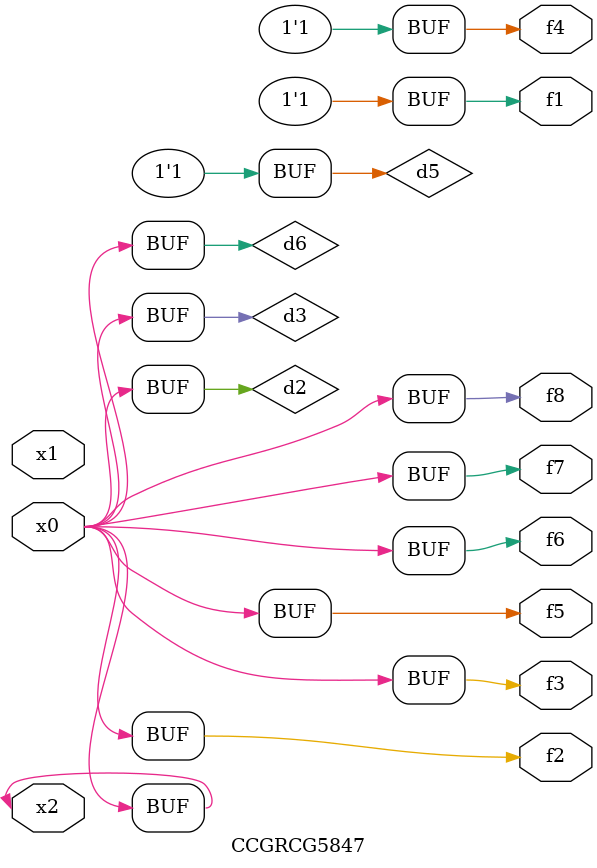
<source format=v>
module CCGRCG5847(
	input x0, x1, x2,
	output f1, f2, f3, f4, f5, f6, f7, f8
);

	wire d1, d2, d3, d4, d5, d6;

	xnor (d1, x2);
	buf (d2, x0, x2);
	and (d3, x0);
	xnor (d4, x1, x2);
	nand (d5, d1, d3);
	buf (d6, d2, d3);
	assign f1 = d5;
	assign f2 = d6;
	assign f3 = d6;
	assign f4 = d5;
	assign f5 = d6;
	assign f6 = d6;
	assign f7 = d6;
	assign f8 = d6;
endmodule

</source>
